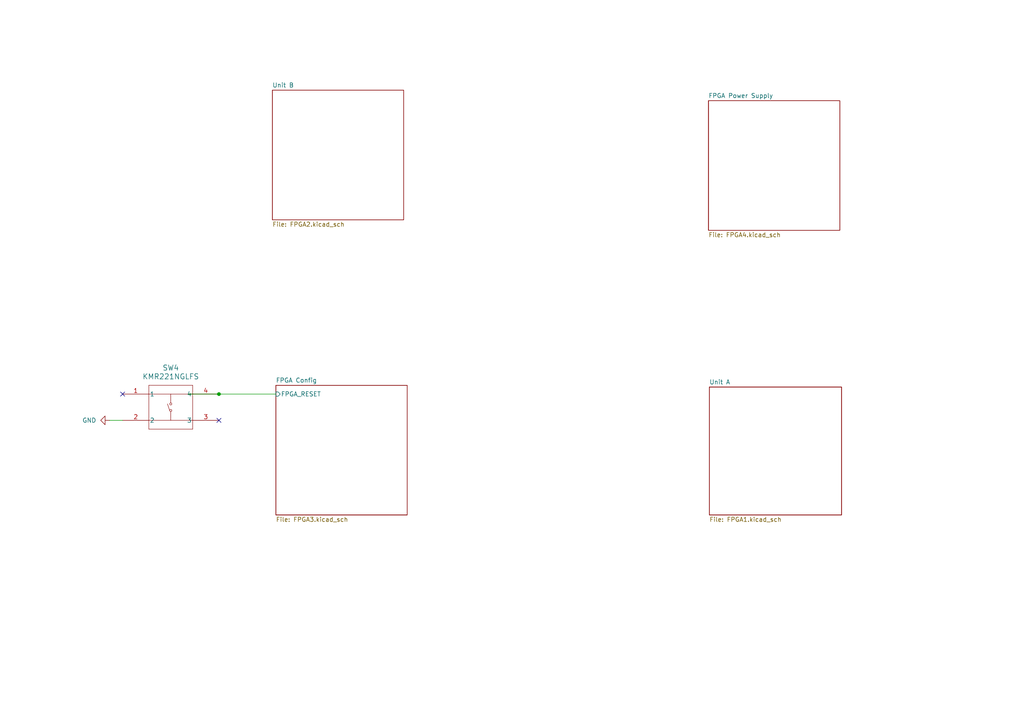
<source format=kicad_sch>
(kicad_sch (version 20231120) (generator "eeschema") (generator_version "8.0")
  (paper "A4")
  (lib_symbols
    (symbol "Button:KMR221NGLFS" (pin_names (offset 0.254))
      (property "Reference" "SW" (at 14.605 7.62 0))
      (property "Value" "KMR221NGLFS" (at 20.32 5.08 0))
      (symbol "KMR221NGLFS_0_1"
        (polyline (pts (xy 7.62 -10.16) (xy 20.32 -10.16)) (stroke (width 0.127)))
        (polyline (pts (xy 7.62 -7.62) (xy 20.32 -7.62)) (stroke (width 0.127)))
        (polyline (pts (xy 7.62 0) (xy 20.32 0)) (stroke (width 0.127)))
        (polyline (pts (xy 7.62 2.54) (xy 7.62 -10.16)) (stroke (width 0.127)))
        (polyline (pts (xy 13.6525 -4.7625) (xy 13.0175 -2.8575)) (stroke (width 0.127)))
        (polyline (pts (xy 13.97 -7.62) (xy 13.97 -5.08)) (stroke (width 0.127)))
        (polyline (pts (xy 13.97 0) (xy 13.97 -2.54)) (stroke (width 0.127)))
        (polyline (pts (xy 20.32 -10.16) (xy 20.32 2.54)) (stroke (width 0.127)))
        (polyline (pts (xy 20.32 2.54) (xy 7.62 2.54)) (stroke (width 0.127)))
        (circle (center 13.97 -4.7625) (radius 0.3048) (stroke (width 0.127)))
        (circle (center 13.97 -2.8575) (radius 0.3048) (stroke (width 0.127)))
        (pin unspecified line (at 0 0 0) (length 7.62) (name "1") (number "1"))
        (pin unspecified line (at 0 -7.62 0) (length 7.62) (name "2") (number "2"))
        (pin unspecified line (at 27.94 -7.62 180) (length 7.62) (name "3") (number "3"))
        (pin unspecified line (at 27.94 0 180) (length 7.62) (name "4") (number "4"))
      )
    )
    (symbol "power:GND" (power) (pin_numbers hide) (pin_names (offset 0) hide)
      (property "Value" "GND" (at 0 -3.81 0))
      (symbol "GND_0_1"
        (polyline (pts (xy 0 0) (xy 0 -1.27) (xy 1.27 -1.27) (xy 0 -2.54) (xy -1.27 -1.27) (xy 0 -1.27)))
      )
      (symbol "GND_1_1"
        (pin power_in line (at 0 0 270) (length 0) (name "~") (number "1"))
      )
    )
  )
  (junction (at 63.5 114.3))
  (no_connect (at 35.56 114.3))
  (no_connect (at 63.5 121.92))
  (wire (pts (xy 63.5 114.3) (xy 80.01 114.3)))
  (wire (pts (xy 54.61 114.3) (xy 63.5 114.3)))
  (wire (pts (xy 31.75 121.92) (xy 35.56 121.92)))
  (symbol (lib_id "Button:KMR221NGLFS") (at 35.56 114.3 0) (unit 1)
    (property "Reference" "SW4" (at 49.53 106.68 0) (effects (font (size 1.524 1.524))))
    (property "Value" "KMR221NGLFS" (at 49.53 109.22 0) (effects (font (size 1.524 1.524))))
    (property "Footprint" "KMR221NG:KMR221_CNK" (effects (hide yes)))
    (property "Datasheet" "KMR221NGLFS" (effects (hide yes)))
  )
  (symbol (lib_id "power:GND") (at 31.75 121.92 270) (unit 1)
    (property "Reference" "#PWR027" (effects (hide yes)))
    (property "Value" "GND" (at 27.94 121.9199 90) (effects (justify right)))
    (property "Description" "Power symbol creates a global label with name \"GND\" , ground" (effects (hide yes)))
  )
  (sheet (at 205.74 112.268) (size 38.354 37.084) (stroke (width 0.1524))
    (property "Sheetname" "Unit A" (at 205.74 111.5564 0) (effects (justify left bottom)))
    (property "Sheetfile" "FPGA1.kicad_sch" (at 205.74 149.9366 0) (effects (justify left top)))
  )
  (sheet (at 78.994 26.162) (size 38.1 37.592) (stroke (width 0.1524))
    (property "Sheetname" "Unit B" (at 78.994 25.4504 0) (effects (justify left bottom)))
    (property "Sheetfile" "FPGA2.kicad_sch" (at 78.994 64.3386 0) (effects (justify left top)))
  )
  (sheet (at 80.01 111.76) (size 38.1 37.592) (stroke (width 0.1524))
    (property "Sheetname" "FPGA Config" (at 80.01 111.0484 0) (effects (justify left bottom)))
    (property "Sheetfile" "FPGA3.kicad_sch" (at 80.01 149.9366 0) (effects (justify left top)))
    (pin "FPGA_RESET" input (at 80.01 114.3 180))
  )
  (sheet (at 205.486 29.21) (size 38.1 37.592) (stroke (width 0.1524))
    (property "Sheetname" "FPGA Power Supply" (at 205.486 28.4984 0) (effects (justify left bottom)))
    (property "Sheetfile" "FPGA4.kicad_sch" (at 205.486 67.3866 0) (effects (justify left top)))
  )
)
</source>
